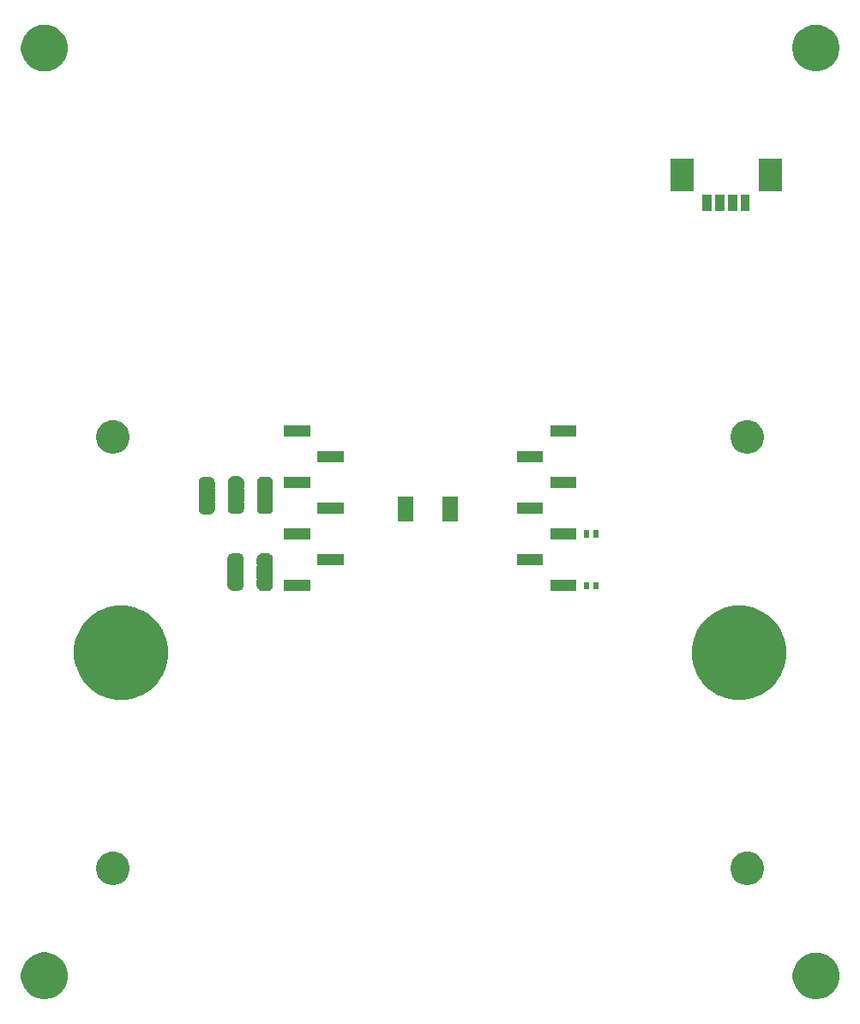
<source format=gbr>
G04 #@! TF.GenerationSoftware,KiCad,Pcbnew,(5.1.2)-2*
G04 #@! TF.CreationDate,2021-08-28T01:10:26-04:00*
G04 #@! TF.ProjectId,MAG_Plus,4d41475f-506c-4757-932e-6b696361645f,rev?*
G04 #@! TF.SameCoordinates,Original*
G04 #@! TF.FileFunction,Soldermask,Top*
G04 #@! TF.FilePolarity,Negative*
%FSLAX46Y46*%
G04 Gerber Fmt 4.6, Leading zero omitted, Abs format (unit mm)*
G04 Created by KiCad (PCBNEW (5.1.2)-2) date 2021-08-28 01:10:26*
%MOMM*%
%LPD*%
G04 APERTURE LIST*
%ADD10C,0.100000*%
G04 APERTURE END LIST*
D10*
G36*
X201478903Y-341033213D02*
G01*
X201701177Y-341077426D01*
X202119932Y-341250880D01*
X202496802Y-341502696D01*
X202817304Y-341823198D01*
X203069120Y-342200068D01*
X203242574Y-342618823D01*
X203331000Y-343063371D01*
X203331000Y-343516629D01*
X203242574Y-343961177D01*
X203069120Y-344379932D01*
X202817304Y-344756802D01*
X202496802Y-345077304D01*
X202119932Y-345329120D01*
X201701177Y-345502574D01*
X201478903Y-345546787D01*
X201256630Y-345591000D01*
X200803370Y-345591000D01*
X200581097Y-345546787D01*
X200358823Y-345502574D01*
X199940068Y-345329120D01*
X199563198Y-345077304D01*
X199242696Y-344756802D01*
X198990880Y-344379932D01*
X198817426Y-343961177D01*
X198729000Y-343516629D01*
X198729000Y-343063371D01*
X198817426Y-342618823D01*
X198990880Y-342200068D01*
X199242696Y-341823198D01*
X199563198Y-341502696D01*
X199940068Y-341250880D01*
X200358823Y-341077426D01*
X200581097Y-341033213D01*
X200803370Y-340989000D01*
X201256630Y-340989000D01*
X201478903Y-341033213D01*
X201478903Y-341033213D01*
G37*
G36*
X125278903Y-341023213D02*
G01*
X125501177Y-341067426D01*
X125919932Y-341240880D01*
X126296802Y-341492696D01*
X126617304Y-341813198D01*
X126869120Y-342190068D01*
X127042574Y-342608823D01*
X127131000Y-343053371D01*
X127131000Y-343506629D01*
X127042574Y-343951177D01*
X126869120Y-344369932D01*
X126617304Y-344746802D01*
X126296802Y-345067304D01*
X125919932Y-345319120D01*
X125501177Y-345492574D01*
X125278903Y-345536787D01*
X125056630Y-345581000D01*
X124603370Y-345581000D01*
X124381097Y-345536787D01*
X124158823Y-345492574D01*
X123740068Y-345319120D01*
X123363198Y-345067304D01*
X123042696Y-344746802D01*
X122790880Y-344369932D01*
X122617426Y-343951177D01*
X122529000Y-343506629D01*
X122529000Y-343053371D01*
X122617426Y-342608823D01*
X122790880Y-342190068D01*
X123042696Y-341813198D01*
X123363198Y-341492696D01*
X123740068Y-341240880D01*
X124158823Y-341067426D01*
X124381097Y-341023213D01*
X124603370Y-340979000D01*
X125056630Y-340979000D01*
X125278903Y-341023213D01*
X125278903Y-341023213D01*
G37*
G36*
X131985256Y-331071298D02*
G01*
X132091579Y-331092447D01*
X132392042Y-331216903D01*
X132662451Y-331397585D01*
X132892415Y-331627549D01*
X133073097Y-331897958D01*
X133197553Y-332198421D01*
X133261000Y-332517391D01*
X133261000Y-332842609D01*
X133197553Y-333161579D01*
X133073097Y-333462042D01*
X132892415Y-333732451D01*
X132662451Y-333962415D01*
X132392042Y-334143097D01*
X132091579Y-334267553D01*
X131985256Y-334288702D01*
X131772611Y-334331000D01*
X131447389Y-334331000D01*
X131234744Y-334288702D01*
X131128421Y-334267553D01*
X130827958Y-334143097D01*
X130557549Y-333962415D01*
X130327585Y-333732451D01*
X130146903Y-333462042D01*
X130022447Y-333161579D01*
X129959000Y-332842609D01*
X129959000Y-332517391D01*
X130022447Y-332198421D01*
X130146903Y-331897958D01*
X130327585Y-331627549D01*
X130557549Y-331397585D01*
X130827958Y-331216903D01*
X131128421Y-331092447D01*
X131234744Y-331071298D01*
X131447389Y-331029000D01*
X131772611Y-331029000D01*
X131985256Y-331071298D01*
X131985256Y-331071298D01*
G37*
G36*
X194605256Y-331071298D02*
G01*
X194711579Y-331092447D01*
X195012042Y-331216903D01*
X195282451Y-331397585D01*
X195512415Y-331627549D01*
X195693097Y-331897958D01*
X195817553Y-332198421D01*
X195881000Y-332517391D01*
X195881000Y-332842609D01*
X195817553Y-333161579D01*
X195693097Y-333462042D01*
X195512415Y-333732451D01*
X195282451Y-333962415D01*
X195012042Y-334143097D01*
X194711579Y-334267553D01*
X194605256Y-334288702D01*
X194392611Y-334331000D01*
X194067389Y-334331000D01*
X193854744Y-334288702D01*
X193748421Y-334267553D01*
X193447958Y-334143097D01*
X193177549Y-333962415D01*
X192947585Y-333732451D01*
X192766903Y-333462042D01*
X192642447Y-333161579D01*
X192579000Y-332842609D01*
X192579000Y-332517391D01*
X192642447Y-332198421D01*
X192766903Y-331897958D01*
X192947585Y-331627549D01*
X193177549Y-331397585D01*
X193447958Y-331216903D01*
X193748421Y-331092447D01*
X193854744Y-331071298D01*
X194067389Y-331029000D01*
X194392611Y-331029000D01*
X194605256Y-331071298D01*
X194605256Y-331071298D01*
G37*
G36*
X194796646Y-306937735D02*
G01*
X195147248Y-307082959D01*
X195643075Y-307288337D01*
X196253315Y-307696087D01*
X196359941Y-307767332D01*
X196404840Y-307797333D01*
X197052667Y-308445160D01*
X197561663Y-309206925D01*
X197767040Y-309702751D01*
X197912265Y-310053354D01*
X198091000Y-310951915D01*
X198091000Y-311868085D01*
X197912265Y-312766646D01*
X197767041Y-313117248D01*
X197561663Y-313613075D01*
X197153913Y-314223315D01*
X197072713Y-314344840D01*
X197052667Y-314374840D01*
X196404840Y-315022667D01*
X195643075Y-315531663D01*
X195147249Y-315737040D01*
X194796646Y-315882265D01*
X193898085Y-316061000D01*
X192981915Y-316061000D01*
X192083354Y-315882265D01*
X191732751Y-315737040D01*
X191236925Y-315531663D01*
X190475160Y-315022667D01*
X189827333Y-314374840D01*
X189807288Y-314344840D01*
X189726087Y-314223315D01*
X189318337Y-313613075D01*
X189112959Y-313117248D01*
X188967735Y-312766646D01*
X188789000Y-311868085D01*
X188789000Y-310951915D01*
X188967735Y-310053354D01*
X189112959Y-309702752D01*
X189318337Y-309206925D01*
X189827333Y-308445160D01*
X190475160Y-307797333D01*
X190520060Y-307767332D01*
X190626685Y-307696087D01*
X191236925Y-307288337D01*
X191732752Y-307082959D01*
X192083354Y-306937735D01*
X192981915Y-306759000D01*
X193898085Y-306759000D01*
X194796646Y-306937735D01*
X194796646Y-306937735D01*
G37*
G36*
X133776646Y-306907735D02*
G01*
X134127249Y-307052960D01*
X134623075Y-307258337D01*
X135233315Y-307666087D01*
X135384839Y-307767332D01*
X136032668Y-308415161D01*
X136052713Y-308445161D01*
X136541663Y-309176925D01*
X136747041Y-309672752D01*
X136892265Y-310023354D01*
X137071000Y-310921915D01*
X137071000Y-311838085D01*
X136892265Y-312736646D01*
X136879838Y-312766647D01*
X136541663Y-313583075D01*
X136133913Y-314193315D01*
X136032668Y-314344839D01*
X135384839Y-314992668D01*
X135233315Y-315093913D01*
X134623075Y-315501663D01*
X134127248Y-315707041D01*
X133776646Y-315852265D01*
X132878085Y-316031000D01*
X131961915Y-316031000D01*
X131063354Y-315852265D01*
X130712752Y-315707041D01*
X130216925Y-315501663D01*
X129606685Y-315093913D01*
X129455161Y-314992668D01*
X128807332Y-314344839D01*
X128706087Y-314193315D01*
X128298337Y-313583075D01*
X127960162Y-312766647D01*
X127947735Y-312736646D01*
X127769000Y-311838085D01*
X127769000Y-310921915D01*
X127947735Y-310023354D01*
X128092959Y-309672752D01*
X128298337Y-309176925D01*
X128787287Y-308445161D01*
X128807332Y-308415161D01*
X129455161Y-307767332D01*
X129606685Y-307666087D01*
X130216925Y-307258337D01*
X130712751Y-307052960D01*
X131063354Y-306907735D01*
X131961915Y-306729000D01*
X132878085Y-306729000D01*
X133776646Y-306907735D01*
X133776646Y-306907735D01*
G37*
G36*
X177391000Y-305311000D02*
G01*
X174779000Y-305311000D01*
X174779000Y-304209000D01*
X177391000Y-304209000D01*
X177391000Y-305311000D01*
X177391000Y-305311000D01*
G37*
G36*
X146872199Y-301579954D02*
G01*
X146884450Y-301580556D01*
X146902869Y-301580556D01*
X146925149Y-301582750D01*
X147009233Y-301599476D01*
X147030660Y-301605976D01*
X147109858Y-301638780D01*
X147115303Y-301641691D01*
X147115309Y-301641693D01*
X147124169Y-301646429D01*
X147124173Y-301646432D01*
X147129614Y-301649340D01*
X147200899Y-301696971D01*
X147218204Y-301711172D01*
X147278828Y-301771796D01*
X147293029Y-301789101D01*
X147340660Y-301860386D01*
X147343568Y-301865827D01*
X147343571Y-301865831D01*
X147348307Y-301874691D01*
X147348309Y-301874697D01*
X147351220Y-301880142D01*
X147384024Y-301959340D01*
X147390524Y-301980767D01*
X147407250Y-302064851D01*
X147409444Y-302087131D01*
X147409444Y-302105550D01*
X147410046Y-302117801D01*
X147411852Y-302136139D01*
X147411852Y-302673860D01*
X147410263Y-302689999D01*
X147405855Y-302704528D01*
X147400394Y-302717711D01*
X147395612Y-302741745D01*
X147395611Y-302766249D01*
X147400391Y-302790282D01*
X147409768Y-302812921D01*
X147411000Y-302814765D01*
X147411000Y-304046050D01*
X147404525Y-304058164D01*
X147397412Y-304081613D01*
X147395010Y-304105999D01*
X147397412Y-304130385D01*
X147404525Y-304153834D01*
X147406848Y-304158746D01*
X147410263Y-304170001D01*
X147411852Y-304186140D01*
X147411852Y-304723862D01*
X147410046Y-304742199D01*
X147409444Y-304754450D01*
X147409444Y-304772869D01*
X147407250Y-304795149D01*
X147390524Y-304879233D01*
X147384024Y-304900660D01*
X147351220Y-304979858D01*
X147348309Y-304985303D01*
X147348307Y-304985309D01*
X147343571Y-304994169D01*
X147343568Y-304994173D01*
X147340660Y-304999614D01*
X147293029Y-305070899D01*
X147278828Y-305088204D01*
X147218204Y-305148828D01*
X147200899Y-305163029D01*
X147129614Y-305210660D01*
X147124173Y-305213568D01*
X147124169Y-305213571D01*
X147115309Y-305218307D01*
X147115303Y-305218309D01*
X147109858Y-305221220D01*
X147030660Y-305254024D01*
X147009233Y-305260524D01*
X146925149Y-305277250D01*
X146902869Y-305279444D01*
X146884450Y-305279444D01*
X146872199Y-305280046D01*
X146853862Y-305281852D01*
X146366138Y-305281852D01*
X146347801Y-305280046D01*
X146335550Y-305279444D01*
X146317131Y-305279444D01*
X146294851Y-305277250D01*
X146210767Y-305260524D01*
X146189340Y-305254024D01*
X146110142Y-305221220D01*
X146104697Y-305218309D01*
X146104691Y-305218307D01*
X146095831Y-305213571D01*
X146095827Y-305213568D01*
X146090386Y-305210660D01*
X146019101Y-305163029D01*
X146001796Y-305148828D01*
X145941172Y-305088204D01*
X145926971Y-305070899D01*
X145879340Y-304999614D01*
X145876432Y-304994173D01*
X145876429Y-304994169D01*
X145871693Y-304985309D01*
X145871691Y-304985303D01*
X145868780Y-304979858D01*
X145835976Y-304900660D01*
X145829476Y-304879233D01*
X145812750Y-304795149D01*
X145810556Y-304772869D01*
X145810556Y-304754450D01*
X145809954Y-304742199D01*
X145808148Y-304723862D01*
X145808148Y-304186140D01*
X145809737Y-304170001D01*
X145814145Y-304155472D01*
X145819606Y-304142289D01*
X145824388Y-304118255D01*
X145824389Y-304093751D01*
X145819609Y-304069718D01*
X145810232Y-304047079D01*
X145809000Y-304045235D01*
X145809000Y-302813950D01*
X145815475Y-302801836D01*
X145822588Y-302778387D01*
X145824990Y-302754001D01*
X145822588Y-302729615D01*
X145815475Y-302706166D01*
X145813152Y-302701254D01*
X145809737Y-302689999D01*
X145808148Y-302673860D01*
X145808148Y-302136139D01*
X145809954Y-302117801D01*
X145810556Y-302105550D01*
X145810556Y-302087131D01*
X145812750Y-302064851D01*
X145829476Y-301980767D01*
X145835976Y-301959340D01*
X145868780Y-301880142D01*
X145871691Y-301874697D01*
X145871693Y-301874691D01*
X145876429Y-301865831D01*
X145876432Y-301865827D01*
X145879340Y-301860386D01*
X145926971Y-301789101D01*
X145941172Y-301771796D01*
X146001796Y-301711172D01*
X146019101Y-301696971D01*
X146090386Y-301649340D01*
X146095827Y-301646432D01*
X146095831Y-301646429D01*
X146104691Y-301641693D01*
X146104697Y-301641691D01*
X146110142Y-301638780D01*
X146189340Y-301605976D01*
X146210767Y-301599476D01*
X146294851Y-301582750D01*
X146317131Y-301580556D01*
X146335550Y-301580556D01*
X146347801Y-301579954D01*
X146366139Y-301578148D01*
X146853861Y-301578148D01*
X146872199Y-301579954D01*
X146872199Y-301579954D01*
G37*
G36*
X151101000Y-305271000D02*
G01*
X148489000Y-305271000D01*
X148489000Y-304169000D01*
X151101000Y-304169000D01*
X151101000Y-305271000D01*
X151101000Y-305271000D01*
G37*
G36*
X143972199Y-301559954D02*
G01*
X143984450Y-301560556D01*
X144002869Y-301560556D01*
X144025149Y-301562750D01*
X144109233Y-301579476D01*
X144130660Y-301585976D01*
X144209858Y-301618780D01*
X144215303Y-301621691D01*
X144215309Y-301621693D01*
X144224169Y-301626429D01*
X144224173Y-301626432D01*
X144229614Y-301629340D01*
X144300899Y-301676971D01*
X144318204Y-301691172D01*
X144378828Y-301751796D01*
X144393029Y-301769101D01*
X144440660Y-301840386D01*
X144443568Y-301845827D01*
X144443571Y-301845831D01*
X144448307Y-301854691D01*
X144448309Y-301854697D01*
X144451220Y-301860142D01*
X144484024Y-301939340D01*
X144490524Y-301960767D01*
X144507250Y-302044851D01*
X144509444Y-302067131D01*
X144509444Y-302085550D01*
X144510046Y-302097801D01*
X144511852Y-302116139D01*
X144511852Y-302653860D01*
X144510263Y-302669999D01*
X144505855Y-302684528D01*
X144500394Y-302697711D01*
X144495612Y-302721745D01*
X144495611Y-302746249D01*
X144500391Y-302770282D01*
X144509768Y-302792921D01*
X144511000Y-302794765D01*
X144511000Y-304026050D01*
X144504525Y-304038164D01*
X144497412Y-304061613D01*
X144495010Y-304085999D01*
X144497412Y-304110385D01*
X144504525Y-304133834D01*
X144506848Y-304138746D01*
X144510263Y-304150001D01*
X144511852Y-304166140D01*
X144511852Y-304703862D01*
X144510046Y-304722199D01*
X144509444Y-304734450D01*
X144509444Y-304752869D01*
X144507250Y-304775149D01*
X144490524Y-304859233D01*
X144484024Y-304880660D01*
X144451220Y-304959858D01*
X144448309Y-304965303D01*
X144448307Y-304965309D01*
X144443571Y-304974169D01*
X144443568Y-304974173D01*
X144440660Y-304979614D01*
X144393029Y-305050899D01*
X144378828Y-305068204D01*
X144318204Y-305128828D01*
X144300899Y-305143029D01*
X144229614Y-305190660D01*
X144224173Y-305193568D01*
X144224169Y-305193571D01*
X144215309Y-305198307D01*
X144215303Y-305198309D01*
X144209858Y-305201220D01*
X144130660Y-305234024D01*
X144109233Y-305240524D01*
X144025149Y-305257250D01*
X144002869Y-305259444D01*
X143984450Y-305259444D01*
X143972199Y-305260046D01*
X143953862Y-305261852D01*
X143466138Y-305261852D01*
X143447801Y-305260046D01*
X143435550Y-305259444D01*
X143417131Y-305259444D01*
X143394851Y-305257250D01*
X143310767Y-305240524D01*
X143289340Y-305234024D01*
X143210142Y-305201220D01*
X143204697Y-305198309D01*
X143204691Y-305198307D01*
X143195831Y-305193571D01*
X143195827Y-305193568D01*
X143190386Y-305190660D01*
X143119101Y-305143029D01*
X143101796Y-305128828D01*
X143041172Y-305068204D01*
X143026971Y-305050899D01*
X142979340Y-304979614D01*
X142976432Y-304974173D01*
X142976429Y-304974169D01*
X142971693Y-304965309D01*
X142971691Y-304965303D01*
X142968780Y-304959858D01*
X142935976Y-304880660D01*
X142929476Y-304859233D01*
X142912750Y-304775149D01*
X142910556Y-304752869D01*
X142910556Y-304734450D01*
X142909954Y-304722199D01*
X142908148Y-304703862D01*
X142908148Y-304166140D01*
X142909737Y-304150001D01*
X142914145Y-304135472D01*
X142919606Y-304122289D01*
X142924388Y-304098255D01*
X142924389Y-304073751D01*
X142919609Y-304049718D01*
X142910232Y-304027079D01*
X142909000Y-304025235D01*
X142909000Y-302793950D01*
X142915475Y-302781836D01*
X142922588Y-302758387D01*
X142924990Y-302734001D01*
X142922588Y-302709615D01*
X142915475Y-302686166D01*
X142913152Y-302681254D01*
X142909737Y-302669999D01*
X142908148Y-302653860D01*
X142908148Y-302116139D01*
X142909954Y-302097801D01*
X142910556Y-302085550D01*
X142910556Y-302067131D01*
X142912750Y-302044851D01*
X142929476Y-301960767D01*
X142935976Y-301939340D01*
X142968780Y-301860142D01*
X142971691Y-301854697D01*
X142971693Y-301854691D01*
X142976429Y-301845831D01*
X142976432Y-301845827D01*
X142979340Y-301840386D01*
X143026971Y-301769101D01*
X143041172Y-301751796D01*
X143101796Y-301691172D01*
X143119101Y-301676971D01*
X143190386Y-301629340D01*
X143195827Y-301626432D01*
X143195831Y-301626429D01*
X143204691Y-301621693D01*
X143204697Y-301621691D01*
X143210142Y-301618780D01*
X143289340Y-301585976D01*
X143310767Y-301579476D01*
X143394851Y-301562750D01*
X143417131Y-301560556D01*
X143435550Y-301560556D01*
X143447801Y-301559954D01*
X143466139Y-301558148D01*
X143953861Y-301558148D01*
X143972199Y-301559954D01*
X143972199Y-301559954D01*
G37*
G36*
X178611000Y-305141000D02*
G01*
X178109000Y-305141000D01*
X178109000Y-304439000D01*
X178611000Y-304439000D01*
X178611000Y-305141000D01*
X178611000Y-305141000D01*
G37*
G36*
X179511000Y-305141000D02*
G01*
X179009000Y-305141000D01*
X179009000Y-304439000D01*
X179511000Y-304439000D01*
X179511000Y-305141000D01*
X179511000Y-305141000D01*
G37*
G36*
X174081000Y-302771000D02*
G01*
X171469000Y-302771000D01*
X171469000Y-301669000D01*
X174081000Y-301669000D01*
X174081000Y-302771000D01*
X174081000Y-302771000D01*
G37*
G36*
X154411000Y-302731000D02*
G01*
X151799000Y-302731000D01*
X151799000Y-301629000D01*
X154411000Y-301629000D01*
X154411000Y-302731000D01*
X154411000Y-302731000D01*
G37*
G36*
X177391000Y-300231000D02*
G01*
X174779000Y-300231000D01*
X174779000Y-299129000D01*
X177391000Y-299129000D01*
X177391000Y-300231000D01*
X177391000Y-300231000D01*
G37*
G36*
X151101000Y-300191000D02*
G01*
X148489000Y-300191000D01*
X148489000Y-299089000D01*
X151101000Y-299089000D01*
X151101000Y-300191000D01*
X151101000Y-300191000D01*
G37*
G36*
X178621000Y-300021000D02*
G01*
X178119000Y-300021000D01*
X178119000Y-299319000D01*
X178621000Y-299319000D01*
X178621000Y-300021000D01*
X178621000Y-300021000D01*
G37*
G36*
X179521000Y-300021000D02*
G01*
X179019000Y-300021000D01*
X179019000Y-299319000D01*
X179521000Y-299319000D01*
X179521000Y-300021000D01*
X179521000Y-300021000D01*
G37*
G36*
X161276000Y-298441000D02*
G01*
X159724000Y-298441000D01*
X159724000Y-295939000D01*
X161276000Y-295939000D01*
X161276000Y-298441000D01*
X161276000Y-298441000D01*
G37*
G36*
X165676000Y-298441000D02*
G01*
X164124000Y-298441000D01*
X164124000Y-295939000D01*
X165676000Y-295939000D01*
X165676000Y-298441000D01*
X165676000Y-298441000D01*
G37*
G36*
X141132199Y-294019954D02*
G01*
X141144450Y-294020556D01*
X141162869Y-294020556D01*
X141185149Y-294022750D01*
X141269233Y-294039476D01*
X141290660Y-294045976D01*
X141369858Y-294078780D01*
X141375303Y-294081691D01*
X141375309Y-294081693D01*
X141384169Y-294086429D01*
X141384173Y-294086432D01*
X141389614Y-294089340D01*
X141460899Y-294136971D01*
X141478204Y-294151172D01*
X141538828Y-294211796D01*
X141553029Y-294229101D01*
X141600660Y-294300386D01*
X141603568Y-294305827D01*
X141603571Y-294305831D01*
X141608307Y-294314691D01*
X141608309Y-294314697D01*
X141611220Y-294320142D01*
X141644024Y-294399340D01*
X141650524Y-294420767D01*
X141667250Y-294504851D01*
X141669444Y-294527131D01*
X141669444Y-294545550D01*
X141670046Y-294557801D01*
X141671852Y-294576139D01*
X141671852Y-295113860D01*
X141670263Y-295129999D01*
X141665855Y-295144528D01*
X141660394Y-295157711D01*
X141655612Y-295181745D01*
X141655611Y-295206249D01*
X141660391Y-295230282D01*
X141669768Y-295252921D01*
X141671000Y-295254765D01*
X141671000Y-296486050D01*
X141664525Y-296498164D01*
X141657412Y-296521613D01*
X141655010Y-296545999D01*
X141657412Y-296570385D01*
X141664525Y-296593834D01*
X141666848Y-296598746D01*
X141670263Y-296610001D01*
X141671852Y-296626140D01*
X141671852Y-297163862D01*
X141670046Y-297182199D01*
X141669444Y-297194450D01*
X141669444Y-297212869D01*
X141667250Y-297235149D01*
X141650524Y-297319233D01*
X141644024Y-297340660D01*
X141611220Y-297419858D01*
X141608309Y-297425303D01*
X141608307Y-297425309D01*
X141603571Y-297434169D01*
X141603568Y-297434173D01*
X141600660Y-297439614D01*
X141553029Y-297510899D01*
X141538828Y-297528204D01*
X141478204Y-297588828D01*
X141460899Y-297603029D01*
X141389614Y-297650660D01*
X141384173Y-297653568D01*
X141384169Y-297653571D01*
X141375309Y-297658307D01*
X141375303Y-297658309D01*
X141369858Y-297661220D01*
X141290660Y-297694024D01*
X141269233Y-297700524D01*
X141185149Y-297717250D01*
X141162869Y-297719444D01*
X141144450Y-297719444D01*
X141132199Y-297720046D01*
X141113862Y-297721852D01*
X140626138Y-297721852D01*
X140607801Y-297720046D01*
X140595550Y-297719444D01*
X140577131Y-297719444D01*
X140554851Y-297717250D01*
X140470767Y-297700524D01*
X140449340Y-297694024D01*
X140370142Y-297661220D01*
X140364697Y-297658309D01*
X140364691Y-297658307D01*
X140355831Y-297653571D01*
X140355827Y-297653568D01*
X140350386Y-297650660D01*
X140279101Y-297603029D01*
X140261796Y-297588828D01*
X140201172Y-297528204D01*
X140186971Y-297510899D01*
X140139340Y-297439614D01*
X140136432Y-297434173D01*
X140136429Y-297434169D01*
X140131693Y-297425309D01*
X140131691Y-297425303D01*
X140128780Y-297419858D01*
X140095976Y-297340660D01*
X140089476Y-297319233D01*
X140072750Y-297235149D01*
X140070556Y-297212869D01*
X140070556Y-297194450D01*
X140069954Y-297182199D01*
X140068148Y-297163862D01*
X140068148Y-296626140D01*
X140069737Y-296610001D01*
X140074145Y-296595472D01*
X140079606Y-296582289D01*
X140084388Y-296558255D01*
X140084389Y-296533751D01*
X140079609Y-296509718D01*
X140070232Y-296487079D01*
X140069000Y-296485235D01*
X140069000Y-295253950D01*
X140075475Y-295241836D01*
X140082588Y-295218387D01*
X140084990Y-295194001D01*
X140082588Y-295169615D01*
X140075475Y-295146166D01*
X140073152Y-295141254D01*
X140069737Y-295129999D01*
X140068148Y-295113860D01*
X140068148Y-294576139D01*
X140069954Y-294557801D01*
X140070556Y-294545550D01*
X140070556Y-294527131D01*
X140072750Y-294504851D01*
X140089476Y-294420767D01*
X140095976Y-294399340D01*
X140128780Y-294320142D01*
X140131691Y-294314697D01*
X140131693Y-294314691D01*
X140136429Y-294305831D01*
X140136432Y-294305827D01*
X140139340Y-294300386D01*
X140186971Y-294229101D01*
X140201172Y-294211796D01*
X140261796Y-294151172D01*
X140279101Y-294136971D01*
X140350386Y-294089340D01*
X140355827Y-294086432D01*
X140355831Y-294086429D01*
X140364691Y-294081693D01*
X140364697Y-294081691D01*
X140370142Y-294078780D01*
X140449340Y-294045976D01*
X140470767Y-294039476D01*
X140554851Y-294022750D01*
X140577131Y-294020556D01*
X140595550Y-294020556D01*
X140607801Y-294019954D01*
X140626139Y-294018148D01*
X141113861Y-294018148D01*
X141132199Y-294019954D01*
X141132199Y-294019954D01*
G37*
G36*
X146882199Y-293999954D02*
G01*
X146894450Y-294000556D01*
X146912869Y-294000556D01*
X146935149Y-294002750D01*
X147019233Y-294019476D01*
X147040660Y-294025976D01*
X147119858Y-294058780D01*
X147125303Y-294061691D01*
X147125309Y-294061693D01*
X147134169Y-294066429D01*
X147134173Y-294066432D01*
X147139614Y-294069340D01*
X147210899Y-294116971D01*
X147228204Y-294131172D01*
X147288828Y-294191796D01*
X147303029Y-294209101D01*
X147350660Y-294280386D01*
X147353568Y-294285827D01*
X147353571Y-294285831D01*
X147358307Y-294294691D01*
X147358309Y-294294697D01*
X147361220Y-294300142D01*
X147394024Y-294379340D01*
X147400524Y-294400767D01*
X147417250Y-294484851D01*
X147419444Y-294507131D01*
X147419444Y-294525550D01*
X147420046Y-294537801D01*
X147421852Y-294556139D01*
X147421852Y-295093860D01*
X147420263Y-295109999D01*
X147415855Y-295124528D01*
X147410394Y-295137711D01*
X147405612Y-295161745D01*
X147405611Y-295186249D01*
X147410391Y-295210282D01*
X147419768Y-295232921D01*
X147421000Y-295234765D01*
X147421000Y-296466050D01*
X147414525Y-296478164D01*
X147407412Y-296501613D01*
X147405010Y-296525999D01*
X147407412Y-296550385D01*
X147414525Y-296573834D01*
X147416848Y-296578746D01*
X147420263Y-296590001D01*
X147421852Y-296606140D01*
X147421852Y-297143862D01*
X147420046Y-297162199D01*
X147419444Y-297174450D01*
X147419444Y-297192869D01*
X147417250Y-297215149D01*
X147400524Y-297299233D01*
X147394024Y-297320660D01*
X147361220Y-297399858D01*
X147358309Y-297405303D01*
X147358307Y-297405309D01*
X147353571Y-297414169D01*
X147353568Y-297414173D01*
X147350660Y-297419614D01*
X147303029Y-297490899D01*
X147288828Y-297508204D01*
X147228204Y-297568828D01*
X147210899Y-297583029D01*
X147139614Y-297630660D01*
X147134173Y-297633568D01*
X147134169Y-297633571D01*
X147125309Y-297638307D01*
X147125303Y-297638309D01*
X147119858Y-297641220D01*
X147040660Y-297674024D01*
X147019233Y-297680524D01*
X146935149Y-297697250D01*
X146912869Y-297699444D01*
X146894450Y-297699444D01*
X146882199Y-297700046D01*
X146863862Y-297701852D01*
X146376138Y-297701852D01*
X146357801Y-297700046D01*
X146345550Y-297699444D01*
X146327131Y-297699444D01*
X146304851Y-297697250D01*
X146220767Y-297680524D01*
X146199340Y-297674024D01*
X146120142Y-297641220D01*
X146114697Y-297638309D01*
X146114691Y-297638307D01*
X146105831Y-297633571D01*
X146105827Y-297633568D01*
X146100386Y-297630660D01*
X146029101Y-297583029D01*
X146011796Y-297568828D01*
X145951172Y-297508204D01*
X145936971Y-297490899D01*
X145889340Y-297419614D01*
X145886432Y-297414173D01*
X145886429Y-297414169D01*
X145881693Y-297405309D01*
X145881691Y-297405303D01*
X145878780Y-297399858D01*
X145845976Y-297320660D01*
X145839476Y-297299233D01*
X145822750Y-297215149D01*
X145820556Y-297192869D01*
X145820556Y-297174450D01*
X145819954Y-297162199D01*
X145818148Y-297143862D01*
X145818148Y-296606140D01*
X145819737Y-296590001D01*
X145824145Y-296575472D01*
X145829606Y-296562289D01*
X145834388Y-296538255D01*
X145834389Y-296513751D01*
X145829609Y-296489718D01*
X145820232Y-296467079D01*
X145819000Y-296465235D01*
X145819000Y-295233950D01*
X145825475Y-295221836D01*
X145832588Y-295198387D01*
X145834990Y-295174001D01*
X145832588Y-295149615D01*
X145825475Y-295126166D01*
X145823152Y-295121254D01*
X145819737Y-295109999D01*
X145818148Y-295093860D01*
X145818148Y-294556139D01*
X145819954Y-294537801D01*
X145820556Y-294525550D01*
X145820556Y-294507131D01*
X145822750Y-294484851D01*
X145839476Y-294400767D01*
X145845976Y-294379340D01*
X145878780Y-294300142D01*
X145881691Y-294294697D01*
X145881693Y-294294691D01*
X145886429Y-294285831D01*
X145886432Y-294285827D01*
X145889340Y-294280386D01*
X145936971Y-294209101D01*
X145951172Y-294191796D01*
X146011796Y-294131172D01*
X146029101Y-294116971D01*
X146100386Y-294069340D01*
X146105827Y-294066432D01*
X146105831Y-294066429D01*
X146114691Y-294061693D01*
X146114697Y-294061691D01*
X146120142Y-294058780D01*
X146199340Y-294025976D01*
X146220767Y-294019476D01*
X146304851Y-294002750D01*
X146327131Y-294000556D01*
X146345550Y-294000556D01*
X146357801Y-293999954D01*
X146376139Y-293998148D01*
X146863861Y-293998148D01*
X146882199Y-293999954D01*
X146882199Y-293999954D01*
G37*
G36*
X174081000Y-297691000D02*
G01*
X171469000Y-297691000D01*
X171469000Y-296589000D01*
X174081000Y-296589000D01*
X174081000Y-297691000D01*
X174081000Y-297691000D01*
G37*
G36*
X144012199Y-293979954D02*
G01*
X144024450Y-293980556D01*
X144042869Y-293980556D01*
X144065149Y-293982750D01*
X144149233Y-293999476D01*
X144170660Y-294005976D01*
X144249858Y-294038780D01*
X144255303Y-294041691D01*
X144255309Y-294041693D01*
X144264169Y-294046429D01*
X144264173Y-294046432D01*
X144269614Y-294049340D01*
X144340899Y-294096971D01*
X144358204Y-294111172D01*
X144418828Y-294171796D01*
X144433029Y-294189101D01*
X144480660Y-294260386D01*
X144483568Y-294265827D01*
X144483571Y-294265831D01*
X144488307Y-294274691D01*
X144488309Y-294274697D01*
X144491220Y-294280142D01*
X144524024Y-294359340D01*
X144530524Y-294380767D01*
X144547250Y-294464851D01*
X144549444Y-294487131D01*
X144549444Y-294505550D01*
X144550046Y-294517801D01*
X144551852Y-294536139D01*
X144551852Y-295073860D01*
X144550263Y-295089999D01*
X144545855Y-295104528D01*
X144540394Y-295117711D01*
X144535612Y-295141745D01*
X144535611Y-295166249D01*
X144540391Y-295190282D01*
X144549768Y-295212921D01*
X144551000Y-295214765D01*
X144551000Y-296446050D01*
X144544525Y-296458164D01*
X144537412Y-296481613D01*
X144535010Y-296505999D01*
X144537412Y-296530385D01*
X144544525Y-296553834D01*
X144546848Y-296558746D01*
X144550263Y-296570001D01*
X144551852Y-296586140D01*
X144551852Y-297123862D01*
X144550046Y-297142199D01*
X144549444Y-297154450D01*
X144549444Y-297172869D01*
X144547250Y-297195149D01*
X144530524Y-297279233D01*
X144524024Y-297300660D01*
X144491220Y-297379858D01*
X144488309Y-297385303D01*
X144488307Y-297385309D01*
X144483571Y-297394169D01*
X144483568Y-297394173D01*
X144480660Y-297399614D01*
X144433029Y-297470899D01*
X144418828Y-297488204D01*
X144358204Y-297548828D01*
X144340899Y-297563029D01*
X144269614Y-297610660D01*
X144264173Y-297613568D01*
X144264169Y-297613571D01*
X144255309Y-297618307D01*
X144255303Y-297618309D01*
X144249858Y-297621220D01*
X144170660Y-297654024D01*
X144149233Y-297660524D01*
X144065149Y-297677250D01*
X144042869Y-297679444D01*
X144024450Y-297679444D01*
X144012199Y-297680046D01*
X143993862Y-297681852D01*
X143506138Y-297681852D01*
X143487801Y-297680046D01*
X143475550Y-297679444D01*
X143457131Y-297679444D01*
X143434851Y-297677250D01*
X143350767Y-297660524D01*
X143329340Y-297654024D01*
X143250142Y-297621220D01*
X143244697Y-297618309D01*
X143244691Y-297618307D01*
X143235831Y-297613571D01*
X143235827Y-297613568D01*
X143230386Y-297610660D01*
X143159101Y-297563029D01*
X143141796Y-297548828D01*
X143081172Y-297488204D01*
X143066971Y-297470899D01*
X143019340Y-297399614D01*
X143016432Y-297394173D01*
X143016429Y-297394169D01*
X143011693Y-297385309D01*
X143011691Y-297385303D01*
X143008780Y-297379858D01*
X142975976Y-297300660D01*
X142969476Y-297279233D01*
X142952750Y-297195149D01*
X142950556Y-297172869D01*
X142950556Y-297154450D01*
X142949954Y-297142199D01*
X142948148Y-297123862D01*
X142948148Y-296586140D01*
X142949737Y-296570001D01*
X142954145Y-296555472D01*
X142959606Y-296542289D01*
X142964388Y-296518255D01*
X142964389Y-296493751D01*
X142959609Y-296469718D01*
X142950232Y-296447079D01*
X142949000Y-296445235D01*
X142949000Y-295213950D01*
X142955475Y-295201836D01*
X142962588Y-295178387D01*
X142964990Y-295154001D01*
X142962588Y-295129615D01*
X142955475Y-295106166D01*
X142953152Y-295101254D01*
X142949737Y-295089999D01*
X142948148Y-295073860D01*
X142948148Y-294536139D01*
X142949954Y-294517801D01*
X142950556Y-294505550D01*
X142950556Y-294487131D01*
X142952750Y-294464851D01*
X142969476Y-294380767D01*
X142975976Y-294359340D01*
X143008780Y-294280142D01*
X143011691Y-294274697D01*
X143011693Y-294274691D01*
X143016429Y-294265831D01*
X143016432Y-294265827D01*
X143019340Y-294260386D01*
X143066971Y-294189101D01*
X143081172Y-294171796D01*
X143141796Y-294111172D01*
X143159101Y-294096971D01*
X143230386Y-294049340D01*
X143235827Y-294046432D01*
X143235831Y-294046429D01*
X143244691Y-294041693D01*
X143244697Y-294041691D01*
X143250142Y-294038780D01*
X143329340Y-294005976D01*
X143350767Y-293999476D01*
X143434851Y-293982750D01*
X143457131Y-293980556D01*
X143475550Y-293980556D01*
X143487801Y-293979954D01*
X143506139Y-293978148D01*
X143993861Y-293978148D01*
X144012199Y-293979954D01*
X144012199Y-293979954D01*
G37*
G36*
X154411000Y-297651000D02*
G01*
X151799000Y-297651000D01*
X151799000Y-296549000D01*
X154411000Y-296549000D01*
X154411000Y-297651000D01*
X154411000Y-297651000D01*
G37*
G36*
X177391000Y-295151000D02*
G01*
X174779000Y-295151000D01*
X174779000Y-294049000D01*
X177391000Y-294049000D01*
X177391000Y-295151000D01*
X177391000Y-295151000D01*
G37*
G36*
X151101000Y-295111000D02*
G01*
X148489000Y-295111000D01*
X148489000Y-294009000D01*
X151101000Y-294009000D01*
X151101000Y-295111000D01*
X151101000Y-295111000D01*
G37*
G36*
X174081000Y-292611000D02*
G01*
X171469000Y-292611000D01*
X171469000Y-291509000D01*
X174081000Y-291509000D01*
X174081000Y-292611000D01*
X174081000Y-292611000D01*
G37*
G36*
X154411000Y-292571000D02*
G01*
X151799000Y-292571000D01*
X151799000Y-291469000D01*
X154411000Y-291469000D01*
X154411000Y-292571000D01*
X154411000Y-292571000D01*
G37*
G36*
X131985256Y-288481298D02*
G01*
X132091579Y-288502447D01*
X132392042Y-288626903D01*
X132662451Y-288807585D01*
X132892415Y-289037549D01*
X133073097Y-289307958D01*
X133197553Y-289608421D01*
X133261000Y-289927391D01*
X133261000Y-290252609D01*
X133197553Y-290571579D01*
X133073097Y-290872042D01*
X132892415Y-291142451D01*
X132662451Y-291372415D01*
X132392042Y-291553097D01*
X132091579Y-291677553D01*
X131985256Y-291698702D01*
X131772611Y-291741000D01*
X131447389Y-291741000D01*
X131234744Y-291698702D01*
X131128421Y-291677553D01*
X130827958Y-291553097D01*
X130557549Y-291372415D01*
X130327585Y-291142451D01*
X130146903Y-290872042D01*
X130022447Y-290571579D01*
X129959000Y-290252609D01*
X129959000Y-289927391D01*
X130022447Y-289608421D01*
X130146903Y-289307958D01*
X130327585Y-289037549D01*
X130557549Y-288807585D01*
X130827958Y-288626903D01*
X131128421Y-288502447D01*
X131234744Y-288481298D01*
X131447389Y-288439000D01*
X131772611Y-288439000D01*
X131985256Y-288481298D01*
X131985256Y-288481298D01*
G37*
G36*
X194605256Y-288481298D02*
G01*
X194711579Y-288502447D01*
X195012042Y-288626903D01*
X195282451Y-288807585D01*
X195512415Y-289037549D01*
X195693097Y-289307958D01*
X195817553Y-289608421D01*
X195881000Y-289927391D01*
X195881000Y-290252609D01*
X195817553Y-290571579D01*
X195693097Y-290872042D01*
X195512415Y-291142451D01*
X195282451Y-291372415D01*
X195012042Y-291553097D01*
X194711579Y-291677553D01*
X194605256Y-291698702D01*
X194392611Y-291741000D01*
X194067389Y-291741000D01*
X193854744Y-291698702D01*
X193748421Y-291677553D01*
X193447958Y-291553097D01*
X193177549Y-291372415D01*
X192947585Y-291142451D01*
X192766903Y-290872042D01*
X192642447Y-290571579D01*
X192579000Y-290252609D01*
X192579000Y-289927391D01*
X192642447Y-289608421D01*
X192766903Y-289307958D01*
X192947585Y-289037549D01*
X193177549Y-288807585D01*
X193447958Y-288626903D01*
X193748421Y-288502447D01*
X193854744Y-288481298D01*
X194067389Y-288439000D01*
X194392611Y-288439000D01*
X194605256Y-288481298D01*
X194605256Y-288481298D01*
G37*
G36*
X177391000Y-290071000D02*
G01*
X174779000Y-290071000D01*
X174779000Y-288969000D01*
X177391000Y-288969000D01*
X177391000Y-290071000D01*
X177391000Y-290071000D01*
G37*
G36*
X151101000Y-290031000D02*
G01*
X148489000Y-290031000D01*
X148489000Y-288929000D01*
X151101000Y-288929000D01*
X151101000Y-290031000D01*
X151101000Y-290031000D01*
G37*
G36*
X194486000Y-267776000D02*
G01*
X193584000Y-267776000D01*
X193584000Y-266174000D01*
X194486000Y-266174000D01*
X194486000Y-267776000D01*
X194486000Y-267776000D01*
G37*
G36*
X190736000Y-267776000D02*
G01*
X189834000Y-267776000D01*
X189834000Y-266174000D01*
X190736000Y-266174000D01*
X190736000Y-267776000D01*
X190736000Y-267776000D01*
G37*
G36*
X191986000Y-267776000D02*
G01*
X191084000Y-267776000D01*
X191084000Y-266174000D01*
X191986000Y-266174000D01*
X191986000Y-267776000D01*
X191986000Y-267776000D01*
G37*
G36*
X193236000Y-267776000D02*
G01*
X192334000Y-267776000D01*
X192334000Y-266174000D01*
X193236000Y-266174000D01*
X193236000Y-267776000D01*
X193236000Y-267776000D01*
G37*
G36*
X197686000Y-265826000D02*
G01*
X195384000Y-265826000D01*
X195384000Y-262624000D01*
X197686000Y-262624000D01*
X197686000Y-265826000D01*
X197686000Y-265826000D01*
G37*
G36*
X188936000Y-265826000D02*
G01*
X186634000Y-265826000D01*
X186634000Y-262624000D01*
X188936000Y-262624000D01*
X188936000Y-265826000D01*
X188936000Y-265826000D01*
G37*
G36*
X125278903Y-249453213D02*
G01*
X125501177Y-249497426D01*
X125919932Y-249670880D01*
X126296802Y-249922696D01*
X126617304Y-250243198D01*
X126869120Y-250620068D01*
X127030148Y-251008824D01*
X127042574Y-251038824D01*
X127125033Y-251453370D01*
X127131000Y-251483371D01*
X127131000Y-251936629D01*
X127042574Y-252381177D01*
X126869120Y-252799932D01*
X126617304Y-253176802D01*
X126296802Y-253497304D01*
X125919932Y-253749120D01*
X125501177Y-253922574D01*
X125278903Y-253966787D01*
X125056630Y-254011000D01*
X124603370Y-254011000D01*
X124381097Y-253966787D01*
X124158823Y-253922574D01*
X123740068Y-253749120D01*
X123363198Y-253497304D01*
X123042696Y-253176802D01*
X122790880Y-252799932D01*
X122617426Y-252381177D01*
X122529000Y-251936629D01*
X122529000Y-251483371D01*
X122534968Y-251453370D01*
X122617426Y-251038824D01*
X122629852Y-251008824D01*
X122790880Y-250620068D01*
X123042696Y-250243198D01*
X123363198Y-249922696D01*
X123740068Y-249670880D01*
X124158823Y-249497426D01*
X124381097Y-249453213D01*
X124603370Y-249409000D01*
X125056630Y-249409000D01*
X125278903Y-249453213D01*
X125278903Y-249453213D01*
G37*
G36*
X201468903Y-249423213D02*
G01*
X201691177Y-249467426D01*
X202109932Y-249640880D01*
X202486802Y-249892696D01*
X202807304Y-250213198D01*
X203059120Y-250590068D01*
X203232574Y-251008823D01*
X203276787Y-251231097D01*
X203321000Y-251453370D01*
X203321000Y-251906630D01*
X203276787Y-252128903D01*
X203232574Y-252351177D01*
X203059120Y-252769932D01*
X202807304Y-253146802D01*
X202486802Y-253467304D01*
X202109932Y-253719120D01*
X201691177Y-253892574D01*
X201468903Y-253936787D01*
X201246630Y-253981000D01*
X200793370Y-253981000D01*
X200571097Y-253936787D01*
X200348823Y-253892574D01*
X199930068Y-253719120D01*
X199553198Y-253467304D01*
X199232696Y-253146802D01*
X198980880Y-252769932D01*
X198807426Y-252351177D01*
X198763213Y-252128903D01*
X198719000Y-251906630D01*
X198719000Y-251453370D01*
X198763213Y-251231097D01*
X198807426Y-251008823D01*
X198980880Y-250590068D01*
X199232696Y-250213198D01*
X199553198Y-249892696D01*
X199930068Y-249640880D01*
X200348823Y-249467426D01*
X200571097Y-249423213D01*
X200793370Y-249379000D01*
X201246630Y-249379000D01*
X201468903Y-249423213D01*
X201468903Y-249423213D01*
G37*
M02*

</source>
